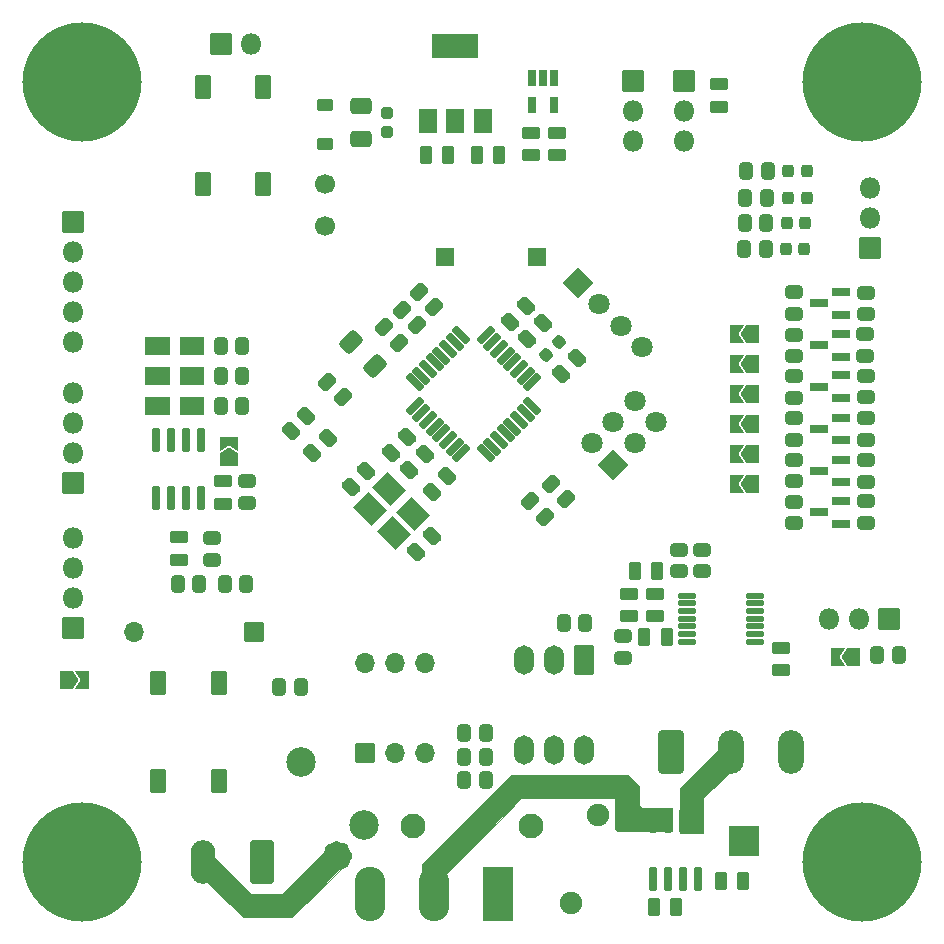
<source format=gts>
G04 #@! TF.GenerationSoftware,KiCad,Pcbnew,6.0.0-rc1-unknown-b471945224~144~ubuntu20.04.1*
G04 #@! TF.CreationDate,2021-11-25T10:13:17+04:00*
G04 #@! TF.ProjectId,BEEIRON v0.03,42454549-524f-44e2-9076-302e30332e6b,rev?*
G04 #@! TF.SameCoordinates,Original*
G04 #@! TF.FileFunction,Soldermask,Top*
G04 #@! TF.FilePolarity,Negative*
%FSLAX46Y46*%
G04 Gerber Fmt 4.6, Leading zero omitted, Abs format (unit mm)*
G04 Created by KiCad (PCBNEW 6.0.0-rc1-unknown-b471945224~144~ubuntu20.04.1) date 2021-11-25 10:13:17*
%MOMM*%
%LPD*%
G01*
G04 APERTURE LIST*
G04 Aperture macros list*
%AMRoundRect*
0 Rectangle with rounded corners*
0 $1 Rounding radius*
0 $2 $3 $4 $5 $6 $7 $8 $9 X,Y pos of 4 corners*
0 Add a 4 corners polygon primitive as box body*
4,1,4,$2,$3,$4,$5,$6,$7,$8,$9,$2,$3,0*
0 Add four circle primitives for the rounded corners*
1,1,$1+$1,$2,$3*
1,1,$1+$1,$4,$5*
1,1,$1+$1,$6,$7*
1,1,$1+$1,$8,$9*
0 Add four rect primitives between the rounded corners*
20,1,$1+$1,$2,$3,$4,$5,0*
20,1,$1+$1,$4,$5,$6,$7,0*
20,1,$1+$1,$6,$7,$8,$9,0*
20,1,$1+$1,$8,$9,$2,$3,0*%
%AMHorizOval*
0 Thick line with rounded ends*
0 $1 width*
0 $2 $3 position (X,Y) of the first rounded end (center of the circle)*
0 $4 $5 position (X,Y) of the second rounded end (center of the circle)*
0 Add line between two ends*
20,1,$1,$2,$3,$4,$5,0*
0 Add two circle primitives to create the rounded ends*
1,1,$1,$2,$3*
1,1,$1,$4,$5*%
%AMFreePoly0*
4,1,16,0.535355,0.785355,0.541603,0.777735,1.041603,0.027735,1.049029,-0.009806,1.041603,-0.027735,0.541603,-0.777735,0.509806,-0.799029,0.500000,-0.800000,-0.500000,-0.800000,-0.535355,-0.785355,-0.550000,-0.750000,-0.550000,0.750000,-0.535355,0.785355,-0.500000,0.800000,0.500000,0.800000,0.535355,0.785355,0.535355,0.785355,$1*%
%AMFreePoly1*
4,1,16,0.535355,0.785355,0.550000,0.750000,0.550000,-0.750000,0.535355,-0.785355,0.500000,-0.800000,-0.650000,-0.800000,-0.685355,-0.785355,-0.700000,-0.750000,-0.691603,-0.722265,-0.210093,0.000000,-0.691603,0.722265,-0.699029,0.759806,-0.677735,0.791603,-0.650000,0.800000,0.500000,0.800000,0.535355,0.785355,0.535355,0.785355,$1*%
G04 Aperture macros list end*
%ADD10C,0.100000*%
%ADD11C,1.250000*%
%ADD12RoundRect,0.300000X0.262500X0.450000X-0.262500X0.450000X-0.262500X-0.450000X0.262500X-0.450000X0*%
%ADD13RoundRect,0.300000X-0.262500X-0.450000X0.262500X-0.450000X0.262500X0.450000X-0.262500X0.450000X0*%
%ADD14RoundRect,0.050000X0.750000X-1.000000X0.750000X1.000000X-0.750000X1.000000X-0.750000X-1.000000X0*%
%ADD15RoundRect,0.050000X1.900000X-1.000000X1.900000X1.000000X-1.900000X1.000000X-1.900000X-1.000000X0*%
%ADD16RoundRect,0.200000X0.587500X0.150000X-0.587500X0.150000X-0.587500X-0.150000X0.587500X-0.150000X0*%
%ADD17RoundRect,0.300000X0.450000X-0.262500X0.450000X0.262500X-0.450000X0.262500X-0.450000X-0.262500X0*%
%ADD18C,1.700000*%
%ADD19RoundRect,0.300000X0.250000X0.475000X-0.250000X0.475000X-0.250000X-0.475000X0.250000X-0.475000X0*%
%ADD20C,2.100000*%
%ADD21RoundRect,0.050000X0.850000X0.850000X-0.850000X0.850000X-0.850000X-0.850000X0.850000X-0.850000X0*%
%ADD22O,1.800000X1.800000*%
%ADD23RoundRect,0.300000X-0.450000X0.262500X-0.450000X-0.262500X0.450000X-0.262500X0.450000X0.262500X0*%
%ADD24R,1.500000X1.500000*%
%ADD25FreePoly0,0.000000*%
%ADD26FreePoly0,180.000000*%
%ADD27RoundRect,0.300000X-0.475000X0.250000X-0.475000X-0.250000X0.475000X-0.250000X0.475000X0.250000X0*%
%ADD28RoundRect,0.200000X-0.150000X0.512500X-0.150000X-0.512500X0.150000X-0.512500X0.150000X0.512500X0*%
%ADD29RoundRect,0.050000X-0.850000X0.850000X-0.850000X-0.850000X0.850000X-0.850000X0.850000X0.850000X0*%
%ADD30RoundRect,0.050000X-0.850000X-0.850000X0.850000X-0.850000X0.850000X0.850000X-0.850000X0.850000X0*%
%ADD31RoundRect,0.050000X0.850000X-0.850000X0.850000X0.850000X-0.850000X0.850000X-0.850000X-0.850000X0*%
%ADD32RoundRect,0.050000X-0.750000X-0.750000X0.750000X-0.750000X0.750000X0.750000X-0.750000X0.750000X0*%
%ADD33C,1.000000*%
%ADD34C,10.100000*%
%ADD35C,2.500000*%
%ADD36HorizOval,2.500000X0.000000X0.000000X0.000000X0.000000X0*%
%ADD37RoundRect,0.050000X0.800000X-0.800000X0.800000X0.800000X-0.800000X0.800000X-0.800000X-0.800000X0*%
%ADD38O,1.700000X1.700000*%
%ADD39RoundRect,0.299999X-0.790001X-1.550001X0.790001X-1.550001X0.790001X1.550001X-0.790001X1.550001X0*%
%ADD40O,2.180000X3.700000*%
%ADD41RoundRect,0.050000X-1.250000X-1.250000X1.250000X-1.250000X1.250000X1.250000X-1.250000X1.250000X0*%
%ADD42RoundRect,0.300000X-0.503814X-0.132583X-0.132583X-0.503814X0.503814X0.132583X0.132583X0.503814X0*%
%ADD43RoundRect,0.050000X1.202082X0.000000X0.000000X1.202082X-1.202082X0.000000X0.000000X-1.202082X0*%
%ADD44HorizOval,1.800000X0.000000X0.000000X0.000000X0.000000X0*%
%ADD45FreePoly1,180.000000*%
%ADD46RoundRect,0.300000X-0.159099X0.512652X-0.512652X0.159099X0.159099X-0.512652X0.512652X-0.159099X0*%
%ADD47RoundRect,0.268750X0.218750X0.256250X-0.218750X0.256250X-0.218750X-0.256250X0.218750X-0.256250X0*%
%ADD48RoundRect,0.300000X0.475000X-0.250000X0.475000X0.250000X-0.475000X0.250000X-0.475000X-0.250000X0*%
%ADD49RoundRect,0.300000X-0.625000X0.375000X-0.625000X-0.375000X0.625000X-0.375000X0.625000X0.375000X0*%
%ADD50FreePoly1,0.000000*%
%ADD51RoundRect,0.050000X-0.371231X-0.760140X0.760140X0.371231X0.371231X0.760140X-0.760140X-0.371231X0*%
%ADD52RoundRect,0.050000X0.760140X-0.371231X-0.371231X0.760140X-0.760140X0.371231X0.371231X-0.760140X0*%
%ADD53RoundRect,0.268750X-0.256250X0.218750X-0.256250X-0.218750X0.256250X-0.218750X0.256250X0.218750X0*%
%ADD54RoundRect,0.300000X-0.250000X-0.475000X0.250000X-0.475000X0.250000X0.475000X-0.250000X0.475000X0*%
%ADD55RoundRect,0.300000X0.503814X0.132583X0.132583X0.503814X-0.503814X-0.132583X-0.132583X-0.503814X0*%
%ADD56RoundRect,0.200000X-0.150000X0.825000X-0.150000X-0.825000X0.150000X-0.825000X0.150000X0.825000X0*%
%ADD57RoundRect,0.050000X-0.800000X1.200000X-0.800000X-1.200000X0.800000X-1.200000X0.800000X1.200000X0*%
%ADD58O,1.700000X2.500000*%
%ADD59RoundRect,0.300000X0.159099X-0.512652X0.512652X-0.159099X-0.159099X0.512652X-0.512652X0.159099X0*%
%ADD60RoundRect,0.050000X1.250000X2.250000X-1.250000X2.250000X-1.250000X-2.250000X1.250000X-2.250000X0*%
%ADD61O,2.600000X4.600000*%
%ADD62RoundRect,0.050000X0.600000X0.950000X-0.600000X0.950000X-0.600000X-0.950000X0.600000X-0.950000X0*%
%ADD63RoundRect,0.300000X0.132583X-0.503814X0.503814X-0.132583X-0.132583X0.503814X-0.503814X0.132583X0*%
%ADD64RoundRect,0.050000X-1.378858X0.106066X0.106066X-1.378858X1.378858X-0.106066X-0.106066X1.378858X0*%
%ADD65RoundRect,0.268750X-0.026517X0.335876X-0.335876X0.026517X0.026517X-0.335876X0.335876X-0.026517X0*%
%ADD66RoundRect,0.300000X-0.707107X-0.176777X-0.176777X-0.707107X0.707107X0.176777X0.176777X0.707107X0*%
%ADD67RoundRect,0.300000X0.750000X1.550000X-0.750000X1.550000X-0.750000X-1.550000X0.750000X-1.550000X0*%
%ADD68O,2.100000X3.700000*%
%ADD69FreePoly0,90.000000*%
%ADD70FreePoly1,90.000000*%
%ADD71RoundRect,0.050000X0.800000X0.800000X-0.800000X0.800000X-0.800000X-0.800000X0.800000X-0.800000X0*%
%ADD72RoundRect,0.050000X-0.600000X-0.950000X0.600000X-0.950000X0.600000X0.950000X-0.600000X0.950000X0*%
%ADD73C,1.900000*%
%ADD74RoundRect,0.050000X-0.600000X0.450000X-0.600000X-0.450000X0.600000X-0.450000X0.600000X0.450000X0*%
%ADD75RoundRect,0.050000X0.000000X-1.202082X1.202082X0.000000X0.000000X1.202082X-1.202082X0.000000X0*%
%ADD76HorizOval,1.800000X0.000000X0.000000X0.000000X0.000000X0*%
%ADD77RoundRect,0.150000X-0.637500X-0.100000X0.637500X-0.100000X0.637500X0.100000X-0.637500X0.100000X0*%
G04 APERTURE END LIST*
D10*
X131000000Y-130500000D02*
X126800000Y-134700000D01*
X126800000Y-134700000D02*
X122621875Y-134700000D01*
X122621875Y-134700000D02*
X118600000Y-130800000D01*
X118600000Y-130800000D02*
X119900000Y-129300000D01*
X119900000Y-129300000D02*
X123300000Y-132700000D01*
X123300000Y-132700000D02*
X126000000Y-132700000D01*
X126000000Y-132700000D02*
X129600000Y-129100000D01*
X129600000Y-129100000D02*
X131000000Y-130500000D01*
G36*
X131000000Y-130500000D02*
G01*
X126800000Y-134700000D01*
X122621875Y-134700000D01*
X118600000Y-130800000D01*
X119900000Y-129300000D01*
X123300000Y-132700000D01*
X126000000Y-132700000D01*
X129600000Y-129100000D01*
X131000000Y-130500000D01*
G37*
X131000000Y-130500000D02*
X126800000Y-134700000D01*
X122621875Y-134700000D01*
X118600000Y-130800000D01*
X119900000Y-129300000D01*
X123300000Y-132700000D01*
X126000000Y-132700000D01*
X129600000Y-129100000D01*
X131000000Y-130500000D01*
X131800001Y-129600000D02*
G75*
G03*
X131800001Y-129600000I-1J0D01*
G01*
D11*
X131225000Y-129500000D02*
G75*
G03*
X131225000Y-129500000I-625000J0D01*
G01*
D10*
X156138857Y-123600000D02*
X156138857Y-125200000D01*
X156138857Y-125200000D02*
X156400000Y-125431581D01*
X156400000Y-125431581D02*
X158912165Y-125431581D01*
X158912165Y-125431581D02*
X158912165Y-127400000D01*
X158912165Y-127400000D02*
X154300000Y-127400000D01*
X154300000Y-127400000D02*
X154100000Y-127200000D01*
X154100000Y-127200000D02*
X154100000Y-124562883D01*
X154100000Y-124562883D02*
X146200000Y-124562883D01*
X146200000Y-124562883D02*
X144000000Y-126800000D01*
X144000000Y-126800000D02*
X141400000Y-129400000D01*
X141400000Y-129400000D02*
X139800000Y-131000000D01*
X139800000Y-131000000D02*
X139900000Y-133000000D01*
X139900000Y-133000000D02*
X137800000Y-133000000D01*
X137800000Y-133000000D02*
X137800000Y-130200000D01*
X137800000Y-130200000D02*
X141000000Y-127000000D01*
X141000000Y-127000000D02*
X143200000Y-124800000D01*
X143200000Y-124800000D02*
X145400000Y-122655154D01*
X145400000Y-122655154D02*
X155200000Y-122655154D01*
X155200000Y-122655154D02*
X156138857Y-123600000D01*
G36*
X156138857Y-123600000D02*
G01*
X156138857Y-125200000D01*
X156400000Y-125431581D01*
X158912165Y-125431581D01*
X158912165Y-127400000D01*
X154300000Y-127400000D01*
X154100000Y-127200000D01*
X154100000Y-124562883D01*
X146200000Y-124562883D01*
X144000000Y-126800000D01*
X139800000Y-131000000D01*
X139900000Y-133000000D01*
X137800000Y-133000000D01*
X137800000Y-130200000D01*
X143200000Y-124800000D01*
X145400000Y-122655154D01*
X155200000Y-122655154D01*
X156138857Y-123600000D01*
G37*
X156138857Y-123600000D02*
X156138857Y-125200000D01*
X156400000Y-125431581D01*
X158912165Y-125431581D01*
X158912165Y-127400000D01*
X154300000Y-127400000D01*
X154100000Y-127200000D01*
X154100000Y-124562883D01*
X146200000Y-124562883D01*
X144000000Y-126800000D01*
X139800000Y-131000000D01*
X139900000Y-133000000D01*
X137800000Y-133000000D01*
X137800000Y-130200000D01*
X143200000Y-124800000D01*
X145400000Y-122655154D01*
X155200000Y-122655154D01*
X156138857Y-123600000D01*
X164600000Y-121600000D02*
X161600000Y-124600000D01*
X161600000Y-124600000D02*
X161600000Y-127524000D01*
X161600000Y-127524000D02*
X159600000Y-127524000D01*
X159600000Y-127524000D02*
X159600000Y-123800000D01*
X159600000Y-123800000D02*
X163200000Y-120200000D01*
X163200000Y-120200000D02*
X164600000Y-121600000D01*
G36*
X164600000Y-121600000D02*
G01*
X161600000Y-124600000D01*
X161600000Y-127524000D01*
X159600000Y-127524000D01*
X159600000Y-123800000D01*
X163200000Y-120200000D01*
X164600000Y-121600000D01*
G37*
X164600000Y-121600000D02*
X161600000Y-124600000D01*
X161600000Y-127524000D01*
X159600000Y-127524000D01*
X159600000Y-123800000D01*
X163200000Y-120200000D01*
X164600000Y-121600000D01*
D12*
X122578500Y-88900000D03*
X120753500Y-88900000D03*
D13*
X117087500Y-106500000D03*
X118912500Y-106500000D03*
D14*
X138300000Y-67250000D03*
X140600000Y-67250000D03*
D15*
X140600000Y-60950000D03*
D14*
X142900000Y-67250000D03*
D16*
X173263282Y-97847436D03*
X173263282Y-95947436D03*
X171388282Y-96897436D03*
D17*
X169290207Y-101327000D03*
X169290207Y-99502000D03*
D18*
X129540000Y-72644000D03*
X129540000Y-76144000D03*
D19*
X140000000Y-70150000D03*
X138100000Y-70150000D03*
D20*
X137000000Y-127000000D03*
X147000000Y-127000000D03*
D16*
X173226500Y-87218418D03*
X173226500Y-85318418D03*
X171351500Y-86268418D03*
D21*
X175731000Y-78046000D03*
D22*
X175731000Y-75506000D03*
X175731000Y-72966000D03*
D13*
X165070107Y-78146000D03*
X166895107Y-78146000D03*
D23*
X120000000Y-102575000D03*
X120000000Y-104400000D03*
D13*
X121087500Y-106500000D03*
X122912500Y-106500000D03*
D24*
X115640000Y-91440000D03*
X118040000Y-91440000D03*
D25*
X114840000Y-91440000D03*
D26*
X118840000Y-91440000D03*
D27*
X149200000Y-68250000D03*
X149200000Y-70150000D03*
D28*
X148950000Y-63612500D03*
X148000000Y-63612500D03*
X147050000Y-63612500D03*
X147050000Y-65887500D03*
X148950000Y-65887500D03*
D29*
X177292000Y-109474000D03*
D22*
X174752000Y-109474000D03*
X172212000Y-109474000D03*
D12*
X151600000Y-109800000D03*
X149775000Y-109800000D03*
D30*
X160000000Y-63875000D03*
D22*
X160000000Y-66415000D03*
X160000000Y-68955000D03*
D23*
X175363111Y-92456000D03*
X175363111Y-94281000D03*
D31*
X120725000Y-60750000D03*
D22*
X123265000Y-60750000D03*
D32*
X139700000Y-78770227D03*
X147500000Y-78770227D03*
D33*
X177651650Y-66651650D03*
X175000000Y-60250000D03*
X172348350Y-61348350D03*
X178750000Y-64000000D03*
X171250000Y-64000000D03*
X172348350Y-66651650D03*
D34*
X175000000Y-64000000D03*
D33*
X177651650Y-61348350D03*
X175000000Y-67750000D03*
D23*
X175358406Y-96007610D03*
X175358406Y-97832610D03*
D27*
X155300000Y-107300000D03*
X155300000Y-109200000D03*
D12*
X122572392Y-91418086D03*
X120747392Y-91418086D03*
D27*
X168148000Y-111892000D03*
X168148000Y-113792000D03*
D35*
X127518056Y-121518056D03*
D36*
X132906210Y-126906210D03*
D27*
X147000000Y-68250000D03*
X147000000Y-70150000D03*
D30*
X155652393Y-63874870D03*
D22*
X155652393Y-66414870D03*
X155652393Y-68954870D03*
D37*
X132975000Y-120800000D03*
D38*
X135515000Y-120800000D03*
X138055000Y-120800000D03*
X138055000Y-113180000D03*
X135515000Y-113180000D03*
X132975000Y-113180000D03*
D13*
X165118500Y-75946000D03*
X166943500Y-75946000D03*
X141337500Y-121100000D03*
X143162500Y-121100000D03*
D12*
X178129500Y-112474000D03*
X176304500Y-112474000D03*
D17*
X169267112Y-94256170D03*
X169267112Y-92431170D03*
D39*
X158840000Y-120700000D03*
D40*
X163920000Y-120700000D03*
X169000000Y-120700000D03*
D41*
X165000000Y-128200000D03*
D16*
X173226500Y-83662418D03*
X173226500Y-81762418D03*
X171351500Y-82712418D03*
D19*
X158500000Y-111000000D03*
X156600000Y-111000000D03*
D42*
X136054765Y-83254765D03*
X137345235Y-84545235D03*
D43*
X153979773Y-96362329D03*
D44*
X152183722Y-94566278D03*
X155775824Y-94566278D03*
X153979773Y-92770227D03*
X157571875Y-92770227D03*
X155775824Y-90974175D03*
D26*
X165825000Y-98044000D03*
D45*
X164375000Y-98044000D03*
D46*
X138600000Y-102400000D03*
X137256498Y-103743502D03*
D27*
X162950000Y-64177195D03*
X162950000Y-66077195D03*
D17*
X169252920Y-83614503D03*
X169252920Y-81789503D03*
D19*
X157700000Y-105400000D03*
X155800000Y-105400000D03*
D13*
X165131000Y-73796000D03*
X166956000Y-73796000D03*
D17*
X169278122Y-90686336D03*
X169278122Y-88861336D03*
D47*
X170331000Y-73796000D03*
X168756000Y-73796000D03*
D48*
X157500000Y-109200000D03*
X157500000Y-107300000D03*
D49*
X132600000Y-66000000D03*
X132600000Y-68800000D03*
D13*
X165218500Y-71546000D03*
X167043500Y-71546000D03*
D23*
X175322809Y-85343999D03*
X175322809Y-87168999D03*
D42*
X129764295Y-89364295D03*
X131054765Y-90654765D03*
D25*
X107600000Y-114600000D03*
D50*
X109050000Y-114600000D03*
D33*
X106348350Y-61348350D03*
X112750000Y-64000000D03*
X106348350Y-66651650D03*
X109000000Y-67750000D03*
X111651650Y-66651650D03*
D34*
X109000000Y-64000000D03*
D33*
X105250000Y-64000000D03*
X111651650Y-61348350D03*
X109000000Y-60250000D03*
D51*
X137151346Y-91441800D03*
X137717032Y-92007485D03*
X138282717Y-92573171D03*
X138848402Y-93138856D03*
X139414088Y-93704542D03*
X139979773Y-94270227D03*
X140545459Y-94835912D03*
X141111144Y-95401598D03*
D52*
X143161754Y-95401598D03*
X143727439Y-94835912D03*
X144293125Y-94270227D03*
X144858810Y-93704542D03*
X145424496Y-93138856D03*
X145990181Y-92573171D03*
X146555866Y-92007485D03*
X147121552Y-91441800D03*
D51*
X147121552Y-89391190D03*
X146555866Y-88825505D03*
X145990181Y-88259819D03*
X145424496Y-87694134D03*
X144858810Y-87128448D03*
X144293125Y-86562763D03*
X143727439Y-85997078D03*
X143161754Y-85431392D03*
D52*
X141111144Y-85431392D03*
X140545459Y-85997078D03*
X139979773Y-86562763D03*
X139414088Y-87128448D03*
X138848402Y-87694134D03*
X138282717Y-88259819D03*
X137717032Y-88825505D03*
X137151346Y-89391190D03*
D16*
X173260349Y-90705366D03*
X173260349Y-88805366D03*
X171385349Y-89755366D03*
D53*
X134800000Y-66625000D03*
X134800000Y-68200000D03*
D54*
X142400000Y-70150000D03*
X144300000Y-70150000D03*
D55*
X148229773Y-100770227D03*
X146939303Y-99479757D03*
D56*
X119073000Y-94249000D03*
X117803000Y-94249000D03*
X116533000Y-94249000D03*
X115263000Y-94249000D03*
X115263000Y-99199000D03*
X116533000Y-99199000D03*
X117803000Y-99199000D03*
X119073000Y-99199000D03*
D19*
X159300000Y-133800000D03*
X157400000Y-133800000D03*
D26*
X165825000Y-95504000D03*
D45*
X164375000Y-95504000D03*
D54*
X163050000Y-131600000D03*
X164950000Y-131600000D03*
D46*
X136500000Y-94000000D03*
X135156498Y-95343502D03*
D26*
X174352000Y-112674000D03*
D45*
X172902000Y-112674000D03*
D57*
X151525000Y-112880000D03*
D58*
X148985000Y-112880000D03*
X146445000Y-112880000D03*
X146445000Y-120500000D03*
X148985000Y-120500000D03*
X151525000Y-120500000D03*
D23*
X161500000Y-103575000D03*
X161500000Y-105400000D03*
D59*
X146708022Y-85741978D03*
X148051524Y-84398476D03*
D60*
X144250000Y-132750000D03*
D61*
X138800000Y-132750000D03*
X133350000Y-132750000D03*
D26*
X165823758Y-85344001D03*
D45*
X164373758Y-85344001D03*
D21*
X108200000Y-110220000D03*
D22*
X108200000Y-107680000D03*
X108200000Y-105140000D03*
X108200000Y-102600000D03*
D47*
X170331000Y-71546000D03*
X168756000Y-71546000D03*
D42*
X137514295Y-81714295D03*
X138804765Y-83004765D03*
D62*
X119200410Y-72625580D03*
X124300410Y-72625580D03*
X119200410Y-64375580D03*
X124300410Y-64375580D03*
D63*
X126689303Y-93560697D03*
X127979773Y-92270227D03*
D64*
X133361522Y-100087868D03*
X135412132Y-102138478D03*
X137038478Y-100512132D03*
X134987868Y-98461522D03*
D33*
X175000000Y-126250000D03*
D34*
X175000000Y-130000000D03*
D33*
X172348350Y-132651650D03*
X175000000Y-133750000D03*
X171250000Y-130000000D03*
X172348350Y-127348350D03*
X178750000Y-130000000D03*
X177651650Y-132651650D03*
X177651650Y-127348350D03*
D17*
X169273042Y-97790000D03*
X169273042Y-95965000D03*
D65*
X149400000Y-86000000D03*
X148286306Y-87113694D03*
D23*
X122936000Y-97790000D03*
X122936000Y-99615000D03*
D47*
X170231000Y-75946000D03*
X168656000Y-75946000D03*
D26*
X165825000Y-90424000D03*
D45*
X164375000Y-90424000D03*
D66*
X131804765Y-86004765D03*
X133784663Y-87984663D03*
D21*
X108200000Y-97880000D03*
D22*
X108200000Y-95340000D03*
X108200000Y-92800000D03*
X108200000Y-90260000D03*
D23*
X175337000Y-81799918D03*
X175337000Y-83624918D03*
D12*
X122578500Y-86360000D03*
X120753500Y-86360000D03*
D56*
X161155000Y-126525000D03*
X159885000Y-126525000D03*
X158615000Y-126525000D03*
X157345000Y-126525000D03*
X157345000Y-131475000D03*
X158615000Y-131475000D03*
X159885000Y-131475000D03*
X161155000Y-131475000D03*
D46*
X138000000Y-95500000D03*
X136656498Y-96843502D03*
D67*
X124200000Y-130000000D03*
D68*
X119200000Y-130000000D03*
D23*
X159500000Y-103575000D03*
X159500000Y-105400000D03*
D13*
X141337500Y-119100000D03*
X143162500Y-119100000D03*
D59*
X145229773Y-84270227D03*
X146573275Y-82926725D03*
D42*
X134554765Y-84754765D03*
X135845235Y-86045235D03*
D69*
X121412000Y-95975000D03*
D70*
X121412000Y-94525000D03*
D16*
X173252611Y-94318500D03*
X173252611Y-92418500D03*
X171377611Y-93368500D03*
D13*
X125687500Y-115200000D03*
X127512500Y-115200000D03*
D24*
X115640000Y-88900000D03*
X118040000Y-88900000D03*
D25*
X114840000Y-88900000D03*
D26*
X118840000Y-88900000D03*
D63*
X138604765Y-98645235D03*
X139895235Y-97354765D03*
D71*
X123580000Y-110500000D03*
D38*
X113420000Y-110500000D03*
D13*
X141337500Y-123100000D03*
X143162500Y-123100000D03*
D48*
X120904000Y-99690000D03*
X120904000Y-97790000D03*
D72*
X120549590Y-114874420D03*
X115449590Y-114874420D03*
X120549590Y-123124420D03*
X115449590Y-123124420D03*
D47*
X170145107Y-78146000D03*
X168570107Y-78146000D03*
D23*
X175332967Y-88831901D03*
X175332967Y-90656901D03*
D24*
X115640000Y-86360000D03*
X118040000Y-86360000D03*
D25*
X114840000Y-86360000D03*
D26*
X118840000Y-86360000D03*
D30*
X108200000Y-75800000D03*
D22*
X108200000Y-78340000D03*
X108200000Y-80880000D03*
X108200000Y-83420000D03*
X108200000Y-85960000D03*
D26*
X165825000Y-87884000D03*
D45*
X164375000Y-87884000D03*
D33*
X112750000Y-130000000D03*
X106348350Y-127348350D03*
X109000000Y-126250000D03*
X109000000Y-133750000D03*
X106348350Y-132651650D03*
X111651650Y-127348350D03*
D34*
X109000000Y-130000000D03*
D33*
X111651650Y-132651650D03*
X105250000Y-130000000D03*
D16*
X173264955Y-101368238D03*
X173264955Y-99468238D03*
X171389955Y-100418238D03*
D73*
X150350000Y-133500000D03*
X152650000Y-126000000D03*
D26*
X165825000Y-92964000D03*
D45*
X164375000Y-92964000D03*
D74*
X129600000Y-65950000D03*
X129600000Y-69250000D03*
D27*
X117200000Y-102500000D03*
X117200000Y-104400000D03*
D17*
X169276932Y-87185583D03*
X169276932Y-85360583D03*
D23*
X175369042Y-99479203D03*
X175369042Y-101304203D03*
D59*
X131728249Y-98271751D03*
X133071751Y-96928249D03*
D63*
X128489303Y-95360697D03*
X129779773Y-94070227D03*
D55*
X149979773Y-99270227D03*
X148689303Y-97979757D03*
D75*
X151007898Y-81007898D03*
D76*
X152803949Y-82803949D03*
X154600000Y-84600000D03*
X156396052Y-86396052D03*
D17*
X154800000Y-112712500D03*
X154800000Y-110887500D03*
D77*
X160237500Y-107450000D03*
X160237500Y-108100000D03*
X160237500Y-108750000D03*
X160237500Y-109400000D03*
X160237500Y-110050000D03*
X160237500Y-110700000D03*
X160237500Y-111350000D03*
X165962500Y-111350000D03*
X165962500Y-110700000D03*
X165962500Y-110050000D03*
X165962500Y-109400000D03*
X165962500Y-108750000D03*
X165962500Y-108100000D03*
X165962500Y-107450000D03*
D59*
X149579773Y-88670227D03*
X150923275Y-87326725D03*
M02*

</source>
